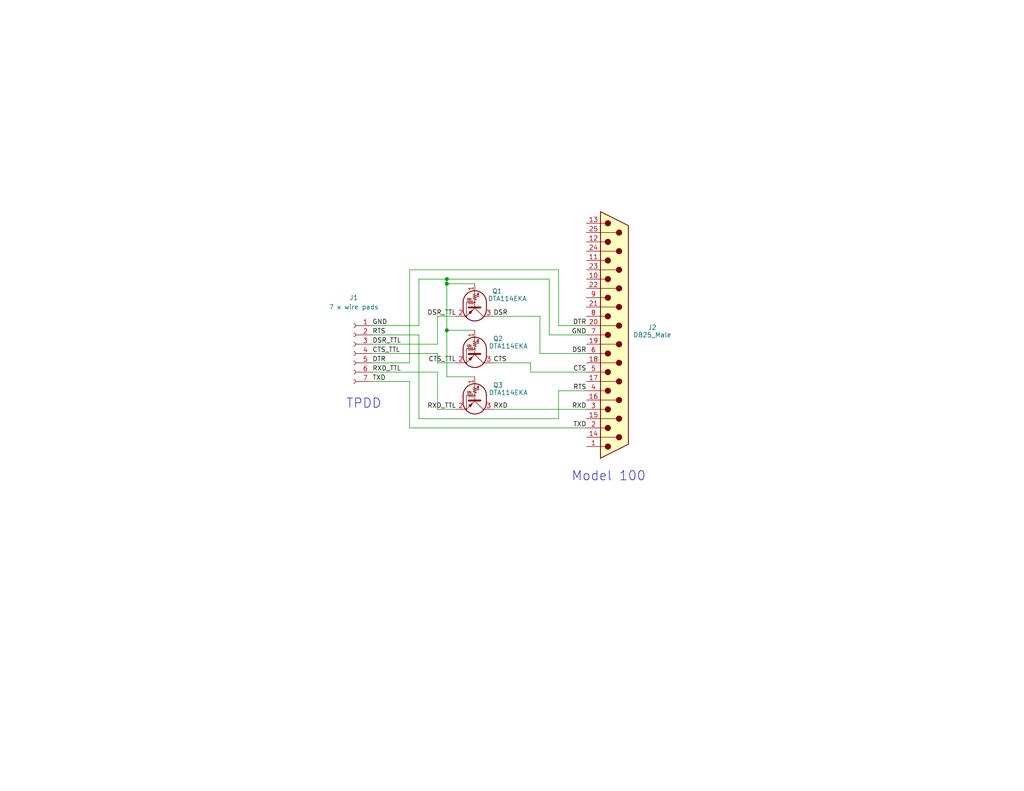
<source format=kicad_sch>
(kicad_sch (version 20231120) (generator "eeschema") (generator_version "8.0")
  (paper "USLetter")
  (title_block (title "TPDD-RS-232") (date "2020-08-07") (company "Brian K. White"))
  (lib_symbols
    (symbol "000_LOCAL:WirePads_01x07" (pin_names (offset 1.016) hide)
      (property "Reference" "J" (at 0 10.16 0))
      (property "Value" "WirePads_01x07" (at 0 -10.16 0))
      (symbol "WirePads_01x07_1_1"
        (arc (start 0 -7.112) (mid -0.5058 -7.62) (end 0 -8.128) (stroke (width 0.1524)))
        (arc (start 0 -4.572) (mid -0.5058 -5.08) (end 0 -5.588) (stroke (width 0.1524)))
        (arc (start 0 -2.032) (mid -0.5058 -2.54) (end 0 -3.048) (stroke (width 0.1524)))
        (polyline (pts (xy -1.27 -7.62) (xy -0.508 -7.62)) (stroke (width 0.1524)))
        (polyline (pts (xy -1.27 -5.08) (xy -0.508 -5.08)) (stroke (width 0.1524)))
        (polyline (pts (xy -1.27 -2.54) (xy -0.508 -2.54)) (stroke (width 0.1524)))
        (polyline (pts (xy -1.27 0) (xy -0.508 0)) (stroke (width 0.1524)))
        (polyline (pts (xy -1.27 2.54) (xy -0.508 2.54)) (stroke (width 0.1524)))
        (polyline (pts (xy -1.27 5.08) (xy -0.508 5.08)) (stroke (width 0.1524)))
        (polyline (pts (xy -1.27 7.62) (xy -0.508 7.62)) (stroke (width 0.1524)))
        (arc (start 0 0.508) (mid -0.5058 0) (end 0 -0.508) (stroke (width 0.1524)))
        (arc (start 0 3.048) (mid -0.5058 2.54) (end 0 2.032) (stroke (width 0.1524)))
        (arc (start 0 5.588) (mid -0.5058 5.08) (end 0 4.572) (stroke (width 0.1524)))
        (arc (start 0 8.128) (mid -0.5058 7.62) (end 0 7.112) (stroke (width 0.1524)))
        (pin passive line (at -5.08 7.62 0) (length 3.81) (name "Pin_1") (number "1"))
        (pin passive line (at -5.08 5.08 0) (length 3.81) (name "Pin_2") (number "2"))
        (pin passive line (at -5.08 2.54 0) (length 3.81) (name "Pin_3") (number "3"))
        (pin passive line (at -5.08 0 0) (length 3.81) (name "Pin_4") (number "4"))
        (pin passive line (at -5.08 -2.54 0) (length 3.81) (name "Pin_5") (number "5"))
        (pin passive line (at -5.08 -5.08 0) (length 3.81) (name "Pin_6") (number "6"))
        (pin passive line (at -5.08 -7.62 0) (length 3.81) (name "Pin_7") (number "7"))
      )
    )
    (symbol "Connector:DB25_Male" (pin_names (offset 1.016) hide)
      (property "Reference" "J" (at 0 34.29 0))
      (property "Value" "DB25_Male" (at 0 -34.925 0))
      (symbol "DB25_Male_0_1"
        (circle (center -1.778 -30.48) (radius 0.762) (fill (type outline)))
        (circle (center -1.778 -25.4) (radius 0.762) (fill (type outline)))
        (circle (center -1.778 -20.32) (radius 0.762) (fill (type outline)))
        (circle (center -1.778 -15.24) (radius 0.762) (fill (type outline)))
        (circle (center -1.778 -10.16) (radius 0.762) (fill (type outline)))
        (circle (center -1.778 -5.08) (radius 0.762) (fill (type outline)))
        (circle (center -1.778 0) (radius 0.762) (fill (type outline)))
        (circle (center -1.778 5.08) (radius 0.762) (fill (type outline)))
        (circle (center -1.778 10.16) (radius 0.762) (fill (type outline)))
        (circle (center -1.778 15.24) (radius 0.762) (fill (type outline)))
        (circle (center -1.778 20.32) (radius 0.762) (fill (type outline)))
        (circle (center -1.778 25.4) (radius 0.762) (fill (type outline)))
        (circle (center -1.778 30.48) (radius 0.762) (fill (type outline)))
        (polyline (pts (xy -3.81 -30.48) (xy -2.54 -30.48)))
        (polyline (pts (xy -3.81 -27.94) (xy 0.508 -27.94)))
        (polyline (pts (xy -3.81 -25.4) (xy -2.54 -25.4)))
        (polyline (pts (xy -3.81 -22.86) (xy 0.508 -22.86)))
        (polyline (pts (xy -3.81 -20.32) (xy -2.54 -20.32)))
        (polyline (pts (xy -3.81 -17.78) (xy 0.508 -17.78)))
        (polyline (pts (xy -3.81 -15.24) (xy -2.54 -15.24)))
        (polyline (pts (xy -3.81 -12.7) (xy 0.508 -12.7)))
        (polyline (pts (xy -3.81 -10.16) (xy -2.54 -10.16)))
        (polyline (pts (xy -3.81 -7.62) (xy 0.508 -7.62)))
        (polyline (pts (xy -3.81 -5.08) (xy -2.54 -5.08)))
        (polyline (pts (xy -3.81 -2.54) (xy 0.508 -2.54)))
        (polyline (pts (xy -3.81 0) (xy -2.54 0)))
        (polyline (pts (xy -3.81 2.54) (xy 0.508 2.54)))
        (polyline (pts (xy -3.81 5.08) (xy -2.54 5.08)))
        (polyline (pts (xy -3.81 7.62) (xy 0.508 7.62)))
        (polyline (pts (xy -3.81 10.16) (xy -2.54 10.16)))
        (polyline (pts (xy -3.81 12.7) (xy 0.508 12.7)))
        (polyline (pts (xy -3.81 15.24) (xy -2.54 15.24)))
        (polyline (pts (xy -3.81 17.78) (xy 0.508 17.78)))
        (polyline (pts (xy -3.81 20.32) (xy -2.54 20.32)))
        (polyline (pts (xy -3.81 22.86) (xy 0.508 22.86)))
        (polyline (pts (xy -3.81 25.4) (xy -2.54 25.4)))
        (polyline (pts (xy -3.81 27.94) (xy 0.508 27.94)))
        (polyline (pts (xy -3.81 30.48) (xy -2.54 30.48)))
        (polyline (pts (xy -3.81 -33.655) (xy 3.81 -29.845) (xy 3.81 29.845) (xy -3.81 33.655) (xy -3.81 -33.655)) (stroke (width 0.254)) (fill (type background)))
        (circle (center 1.27 -27.94) (radius 0.762) (fill (type outline)))
        (circle (center 1.27 -22.86) (radius 0.762) (fill (type outline)))
        (circle (center 1.27 -17.78) (radius 0.762) (fill (type outline)))
        (circle (center 1.27 -12.7) (radius 0.762) (fill (type outline)))
        (circle (center 1.27 -7.62) (radius 0.762) (fill (type outline)))
        (circle (center 1.27 -2.54) (radius 0.762) (fill (type outline)))
        (circle (center 1.27 2.54) (radius 0.762) (fill (type outline)))
        (circle (center 1.27 7.62) (radius 0.762) (fill (type outline)))
        (circle (center 1.27 12.7) (radius 0.762) (fill (type outline)))
        (circle (center 1.27 17.78) (radius 0.762) (fill (type outline)))
        (circle (center 1.27 22.86) (radius 0.762) (fill (type outline)))
        (circle (center 1.27 27.94) (radius 0.762) (fill (type outline)))
      )
      (symbol "DB25_Male_1_1"
        (pin passive line (at -7.62 -30.48 0) (length 3.81) (name "1") (number "1"))
        (pin passive line (at -7.62 15.24 0) (length 3.81) (name "10") (number "10"))
        (pin passive line (at -7.62 20.32 0) (length 3.81) (name "11") (number "11"))
        (pin passive line (at -7.62 25.4 0) (length 3.81) (name "12") (number "12"))
        (pin passive line (at -7.62 30.48 0) (length 3.81) (name "13") (number "13"))
        (pin passive line (at -7.62 -27.94 0) (length 3.81) (name "P14") (number "14"))
        (pin passive line (at -7.62 -22.86 0) (length 3.81) (name "P15") (number "15"))
        (pin passive line (at -7.62 -17.78 0) (length 3.81) (name "P16") (number "16"))
        (pin passive line (at -7.62 -12.7 0) (length 3.81) (name "P17") (number "17"))
        (pin passive line (at -7.62 -7.62 0) (length 3.81) (name "P18") (number "18"))
        (pin passive line (at -7.62 -2.54 0) (length 3.81) (name "P19") (number "19"))
        (pin passive line (at -7.62 -25.4 0) (length 3.81) (name "2") (number "2"))
        (pin passive line (at -7.62 2.54 0) (length 3.81) (name "P20") (number "20"))
        (pin passive line (at -7.62 7.62 0) (length 3.81) (name "P21") (number "21"))
        (pin passive line (at -7.62 12.7 0) (length 3.81) (name "P22") (number "22"))
        (pin passive line (at -7.62 17.78 0) (length 3.81) (name "P23") (number "23"))
        (pin passive line (at -7.62 22.86 0) (length 3.81) (name "P24") (number "24"))
        (pin passive line (at -7.62 27.94 0) (length 3.81) (name "P25") (number "25"))
        (pin passive line (at -7.62 -20.32 0) (length 3.81) (name "3") (number "3"))
        (pin passive line (at -7.62 -15.24 0) (length 3.81) (name "4") (number "4"))
        (pin passive line (at -7.62 -10.16 0) (length 3.81) (name "5") (number "5"))
        (pin passive line (at -7.62 -5.08 0) (length 3.81) (name "6") (number "6"))
        (pin passive line (at -7.62 0 0) (length 3.81) (name "7") (number "7"))
        (pin passive line (at -7.62 5.08 0) (length 3.81) (name "8") (number "8"))
        (pin passive line (at -7.62 10.16 0) (length 3.81) (name "9") (number "9"))
      )
    )
    (symbol "Transistor_BJT:DTA114E" (pin_names (offset 0) hide)
      (property "Reference" "Q" (at 5.08 1.905 0))
      (property "Value" "DTA114E" (at 5.08 0 0))
      (symbol "DTA114E_0_0"
        (text "10k" (at -3.302 0.889 0) (effects (font (size 0.508 0.508))))
        (text "10k" (at -2.159 -1.524 900) (effects (font (size 0.508 0.508))))
      )
      (symbol "DTA114E_0_1"
        (circle (center -1.27 0) (radius 0.127))
        (arc (start -1.27 3.175) (mid -4.4311 0) (end -1.27 -3.175) (stroke (width 0.254)))
        (polyline (pts (xy -3.429 0) (xy -3.81 0)))
        (polyline (pts (xy -1.27 -3.175) (xy 0.635 -3.175)) (stroke (width 0.254)))
        (polyline (pts (xy -1.27 3.175) (xy 0.635 3.175)) (stroke (width 0.254)))
        (polyline (pts (xy 0 -0.254) (xy 2.54 2.286)))
        (polyline (pts (xy 0.127 1.524) (xy 0.127 -1.651)) (stroke (width 0.508)) (fill (type outline)))
        (polyline (pts (xy 2.54 2.286) (xy 2.54 2.54)))
        (polyline (pts (xy 2.54 -2.286) (xy 0 0.254) (xy 0 0.254)))
        (polyline (pts (xy 1.397 -1.651) (xy 1.905 -1.143) (xy 0.889 -0.635) (xy 1.397 -1.651)) (fill (type outline)))
        (polyline (pts (xy 0 0) (xy -1.905 0) (xy -2.032 0.508) (xy -2.286 -0.508) (xy -2.54 0.508) (xy -2.794 -0.508) (xy -3.048 0.508) (xy -3.302 -0.508) (xy -3.429 0)))
        (polyline (pts (xy -1.27 0) (xy -1.27 -0.381) (xy -0.762 -0.508) (xy -1.778 -0.762) (xy -0.762 -1.016) (xy -1.778 -1.27) (xy -0.762 -1.524) (xy -1.778 -1.778) (xy -1.27 -1.905) (xy -1.27 -2.286) (xy 2.54 -2.286)))
        (arc (start 0.635 -3.175) (mid 3.7961 0) (end 0.635 3.175) (stroke (width 0.254)))
        (circle (center 2.54 -2.286) (radius 0.127))
      )
      (symbol "DTA114E_1_1"
        (pin input line (at -6.35 0 0) (length 2.54) (name "B") (number "1"))
        (pin passive line (at 2.54 -5.08 90) (length 2.54) (name "E") (number "2"))
        (pin passive line (at 2.54 5.08 270) (length 2.54) (name "C") (number "3"))
      )
    )
  )
  (junction (at 121.92 77.47))
  (junction (at 121.92 90.17))
  (junction (at 121.92 76.2))
  (wire (pts (xy 152.4 73.66) (xy 152.4 88.9)))
  (wire (pts (xy 101.6 93.98) (xy 119.38 93.98)))
  (wire (pts (xy 160.02 96.52) (xy 147.32 96.52)))
  (wire (pts (xy 119.38 111.76) (xy 124.46 111.76)))
  (wire (pts (xy 101.6 101.6) (xy 119.38 101.6)))
  (wire (pts (xy 111.76 73.66) (xy 152.4 73.66)))
  (wire (pts (xy 111.76 104.14) (xy 111.76 116.84)))
  (wire (pts (xy 152.4 88.9) (xy 160.02 88.9)))
  (wire (pts (xy 134.62 86.36) (xy 147.32 86.36)))
  (wire (pts (xy 152.4 114.3) (xy 152.4 106.68)))
  (wire (pts (xy 160.02 106.68) (xy 152.4 106.68)))
  (wire (pts (xy 111.76 116.84) (xy 160.02 116.84)))
  (wire (pts (xy 101.6 99.06) (xy 111.76 99.06)))
  (wire (pts (xy 111.76 99.06) (xy 111.76 73.66)))
  (wire (pts (xy 147.32 86.36) (xy 147.32 96.52)))
  (wire (pts (xy 119.38 101.6) (xy 119.38 111.76)))
  (wire (pts (xy 101.6 88.9) (xy 114.3 88.9)))
  (wire (pts (xy 149.86 76.2) (xy 149.86 91.44)))
  (wire (pts (xy 134.62 99.06) (xy 144.78 99.06)))
  (wire (pts (xy 119.38 99.06) (xy 124.46 99.06)))
  (wire (pts (xy 119.38 86.36) (xy 124.46 86.36)))
  (wire (pts (xy 121.92 90.17) (xy 121.92 102.87)))
  (wire (pts (xy 119.38 93.98) (xy 119.38 86.36)))
  (wire (pts (xy 121.92 90.17) (xy 121.92 77.47)))
  (wire (pts (xy 121.92 76.2) (xy 149.86 76.2)))
  (wire (pts (xy 114.3 114.3) (xy 152.4 114.3)))
  (wire (pts (xy 121.92 77.47) (xy 129.54 77.47)))
  (wire (pts (xy 144.78 101.6) (xy 160.02 101.6)))
  (wire (pts (xy 121.92 77.47) (xy 121.92 76.2)))
  (wire (pts (xy 121.92 102.87) (xy 129.54 102.87)))
  (wire (pts (xy 144.78 99.06) (xy 144.78 101.6)))
  (wire (pts (xy 114.3 76.2) (xy 114.3 88.9)))
  (wire (pts (xy 119.38 96.52) (xy 119.38 99.06)))
  (wire (pts (xy 134.62 111.76) (xy 160.02 111.76)))
  (wire (pts (xy 101.6 104.14) (xy 111.76 104.14)))
  (wire (pts (xy 149.86 91.44) (xy 160.02 91.44)))
  (wire (pts (xy 101.6 96.52) (xy 119.38 96.52)))
  (wire (pts (xy 114.3 91.44) (xy 114.3 114.3)))
  (wire (pts (xy 129.54 90.17) (xy 121.92 90.17)))
  (wire (pts (xy 114.3 76.2) (xy 121.92 76.2)))
  (wire (pts (xy 101.6 91.44) (xy 114.3 91.44)))
  (text "Model 100" (at 176.276 131.572 0) (effects (font (size 2.54 2.54)) (justify right bottom)))
  (text "TPDD" (at 104.14 111.76 0) (effects (font (size 2.54 2.54)) (justify right bottom)))
  (label "DSR" (at 160.02 96.52 180))
  (label "RXD" (at 160.02 111.76 180))
  (label "RTS" (at 160.02 106.68 180))
  (label "DTR" (at 160.02 88.9 180))
  (label "GND" (at 160.02 91.44 180))
  (label "GND" (at 101.6 88.9 0))
  (label "RXD" (at 134.62 111.76 0))
  (label "RXD_TTL" (at 124.46 111.76 180))
  (label "TXD" (at 101.6 104.14 0))
  (label "CTS" (at 134.62 99.06 0))
  (label "RXD_TTL" (at 101.6 101.6 0))
  (label "DTR" (at 101.6 99.06 0))
  (label "DSR_TTL" (at 101.6 93.98 0))
  (label "CTS" (at 160.02 101.6 180))
  (label "CTS_TTL" (at 101.6 96.52 0))
  (label "CTS_TTL" (at 124.46 99.06 180))
  (label "DSR" (at 134.62 86.36 0))
  (label "TXD" (at 160.02 116.84 180))
  (label "DSR_TTL" (at 124.46 86.36 180))
  (label "RTS" (at 101.6 91.44 0))
  (symbol (lib_id "Connector:DB25_Male") (at 167.64 91.44 0) (unit 1)
    (property "Reference" "J2" (at 176.784 89.408 0) (effects (justify left)))
    (property "Value" "DB25_Male" (at 172.72 91.44 0) (effects (justify left)))
    (property "Footprint" "000_LOCAL:DSUB-25_Male_EdgeMount_P2.77mm" (effects (hide yes)))
    (property "Datasheet" " ~" (effects (hide yes)))
  )
  (symbol (lib_id "000_LOCAL:WirePads_01x07") (at 96.52 96.52 0) (mirror y) (unit 1)
    (property "Reference" "J1" (at 96.52 81.28 0))
    (property "Value" "7 x wire pads" (at 96.52 83.82 0))
    (property "Footprint" "000_LOCAL:pins_1x7_2mm" (effects (hide yes)))
  )
  (symbol (lib_id "Transistor_BJT:DTA114E") (at 129.54 83.82 270) (unit 1)
    (property "Reference" "Q1" (at 135.636 79.502 90))
    (property "Value" "DTA114EKA" (at 138.43 81.534 90))
    (property "Footprint" "000_LOCAL:SC-59" (effects (hide yes)))
    (property "Datasheet" "https://www.rohm.com/datasheet/DTA114EEB/dta114eebtl-e" (effects (hide yes)))
  )
  (symbol (lib_id "Transistor_BJT:DTA114E") (at 129.54 96.52 270) (unit 1)
    (property "Reference" "Q2" (at 135.89 92.456 90))
    (property "Value" "DTA114EKA" (at 138.684 94.488 90))
    (property "Footprint" "000_LOCAL:SC-59" (effects (hide yes)))
    (property "Datasheet" "https://www.rohm.com/datasheet/DTA114EEB/dta114eebtl-e" (effects (hide yes)))
  )
  (symbol (lib_id "Transistor_BJT:DTA114E") (at 129.54 109.22 270) (unit 1)
    (property "Reference" "Q3" (at 135.89 105.156 90))
    (property "Value" "DTA114EKA" (at 138.684 107.188 90))
    (property "Footprint" "000_LOCAL:SC-59" (effects (hide yes)))
    (property "Datasheet" "https://www.rohm.com/datasheet/DTA114EEB/dta114eebtl-e" (effects (hide yes)))
  )
)
</source>
